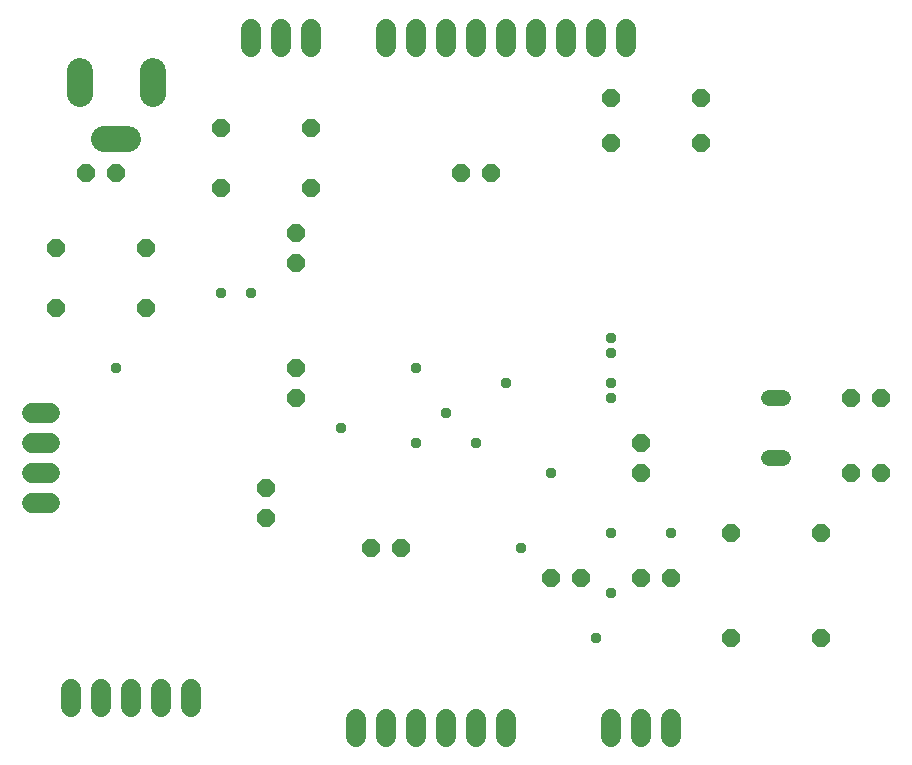
<source format=gbr>
G04 EAGLE Gerber RS-274X export*
G75*
%MOMM*%
%FSLAX34Y34*%
%LPD*%
%INSoldermask Bottom*%
%IPPOS*%
%AMOC8*
5,1,8,0,0,1.08239X$1,22.5*%
G01*
%ADD10P,1.649562X8X292.500000*%
%ADD11P,1.649562X8X112.500000*%
%ADD12P,1.649562X8X22.500000*%
%ADD13C,1.727200*%
%ADD14P,1.649562X8X202.500000*%
%ADD15C,2.203200*%
%ADD16C,1.320800*%
%ADD17C,0.959600*%


D10*
X254000Y254000D03*
X254000Y228600D03*
D11*
X228600Y127000D03*
X228600Y152400D03*
D12*
X393700Y419100D03*
X419100Y419100D03*
X317500Y101600D03*
X342900Y101600D03*
D11*
X546100Y165100D03*
X546100Y190500D03*
X254000Y342900D03*
X254000Y368300D03*
D12*
X546100Y76200D03*
X571500Y76200D03*
X469900Y76200D03*
X495300Y76200D03*
D13*
X63500Y-17780D02*
X63500Y-33020D01*
X88900Y-33020D02*
X88900Y-17780D01*
X114300Y-17780D02*
X114300Y-33020D01*
X139700Y-33020D02*
X139700Y-17780D01*
X165100Y-17780D02*
X165100Y-33020D01*
D14*
X127000Y304800D03*
X50800Y304800D03*
X596900Y482600D03*
X520700Y482600D03*
D12*
X50800Y355600D03*
X127000Y355600D03*
D14*
X596900Y444500D03*
X520700Y444500D03*
D13*
X533400Y525780D02*
X533400Y541020D01*
X508000Y541020D02*
X508000Y525780D01*
X482600Y525780D02*
X482600Y541020D01*
X457200Y541020D02*
X457200Y525780D01*
X431800Y525780D02*
X431800Y541020D01*
X406400Y541020D02*
X406400Y525780D01*
X381000Y525780D02*
X381000Y541020D01*
X355600Y541020D02*
X355600Y525780D01*
X330200Y525780D02*
X330200Y541020D01*
X45720Y139700D02*
X30480Y139700D01*
X30480Y165100D02*
X45720Y165100D01*
X45720Y190500D02*
X30480Y190500D01*
X30480Y215900D02*
X45720Y215900D01*
D15*
X132600Y485300D02*
X132600Y505300D01*
X71600Y505300D02*
X71600Y485300D01*
X91600Y447300D02*
X111600Y447300D01*
D14*
X101600Y419100D03*
X76200Y419100D03*
D16*
X654812Y177800D02*
X665988Y177800D01*
X665988Y228600D02*
X654812Y228600D01*
D12*
X723900Y228600D03*
X749300Y228600D03*
X723900Y165100D03*
X749300Y165100D03*
D13*
X431800Y-43180D02*
X431800Y-58420D01*
X406400Y-58420D02*
X406400Y-43180D01*
X381000Y-43180D02*
X381000Y-58420D01*
X355600Y-58420D02*
X355600Y-43180D01*
X330200Y-43180D02*
X330200Y-58420D01*
X304800Y-58420D02*
X304800Y-43180D01*
D12*
X622300Y114300D03*
X698500Y114300D03*
X622300Y25400D03*
X698500Y25400D03*
X190500Y457200D03*
X266700Y457200D03*
X190500Y406400D03*
X266700Y406400D03*
D13*
X215900Y525780D02*
X215900Y541020D01*
X241300Y541020D02*
X241300Y525780D01*
X266700Y525780D02*
X266700Y541020D01*
X571500Y-43180D02*
X571500Y-58420D01*
X546100Y-58420D02*
X546100Y-43180D01*
X520700Y-43180D02*
X520700Y-58420D01*
D17*
X101600Y254000D03*
X469900Y165100D03*
X431800Y241300D03*
X292100Y203200D03*
X355600Y254000D03*
X355600Y190500D03*
X381000Y215900D03*
X406400Y190500D03*
X520700Y266700D03*
X520700Y279400D03*
X520700Y241300D03*
X520700Y228600D03*
X444500Y101600D03*
X508000Y25400D03*
X571500Y114300D03*
X520700Y63500D03*
X520700Y114300D03*
X215900Y317500D03*
X190500Y317500D03*
M02*

</source>
